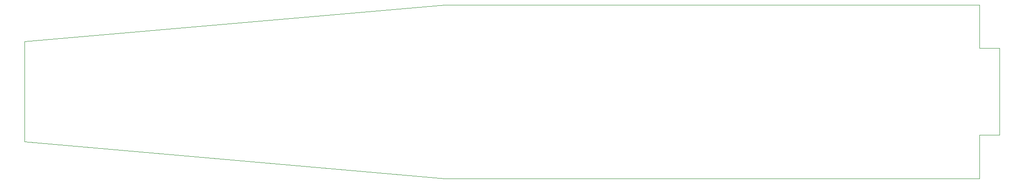
<source format=gbr>
%TF.GenerationSoftware,KiCad,Pcbnew,8.0.0*%
%TF.CreationDate,2024-10-27T16:20:46-07:00*%
%TF.ProjectId,sled,736c6564-2e6b-4696-9361-645f70636258,rev?*%
%TF.SameCoordinates,Original*%
%TF.FileFunction,Profile,NP*%
%FSLAX46Y46*%
G04 Gerber Fmt 4.6, Leading zero omitted, Abs format (unit mm)*
G04 Created by KiCad (PCBNEW 8.0.0) date 2024-10-27 16:20:46*
%MOMM*%
%LPD*%
G01*
G04 APERTURE LIST*
%TA.AperFunction,Profile*%
%ADD10C,0.100000*%
%TD*%
G04 APERTURE END LIST*
D10*
X214843182Y-52298600D02*
X132874131Y-52298600D01*
X238284131Y-60553600D02*
X238284131Y-77063600D01*
X53035200Y-59283600D02*
X53035200Y-68808600D01*
X234474131Y-85318600D02*
X132874131Y-85318600D01*
X234474131Y-52298600D02*
X214843182Y-52298600D01*
X238284131Y-60553600D02*
X234474131Y-60553600D01*
X53035200Y-78333600D02*
X53035200Y-68808600D01*
X234474131Y-52298600D02*
X234474131Y-60553600D01*
X234474131Y-77063600D02*
X234474131Y-85318600D01*
X234474131Y-77063600D02*
X238284131Y-77063600D01*
X132874131Y-85318600D02*
X53035200Y-78333600D01*
X132874131Y-52298600D02*
X53035200Y-59283600D01*
M02*

</source>
